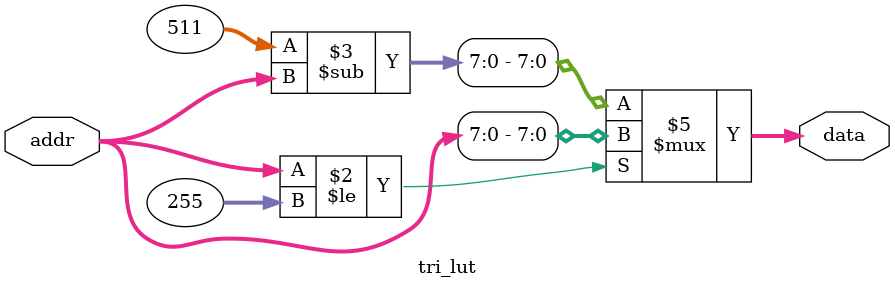
<source format=v>
module tri_lut #(
    parameter DATA_WIDTH = 8
) (
    input  [DATA_WIDTH:0] addr,
    output reg[DATA_WIDTH-1:0] data
);

always @(*) begin
    if(addr <= 255) data = addr;
    else data = 511 - addr;
end

endmodule

</source>
